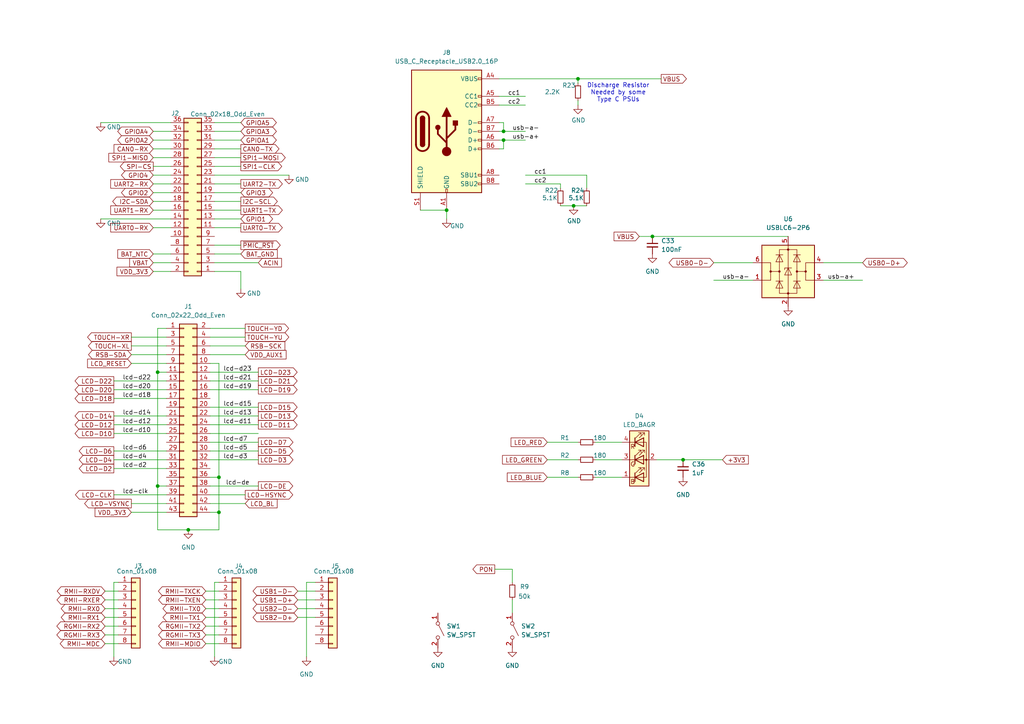
<source format=kicad_sch>
(kicad_sch (version 20250114) (generator "eeschema") (generator_version "9.0")
  (paper "A4")
  (lib_symbols
    (symbol "Connector:USB_C_Receptacle_USB2.0_16P" (pin_names (offset 1.016))
      (property "Reference" "J" (at 0 22.225 0))
      (property "Value" "USB_C_Receptacle_USB2.0_16P" (at 0 19.685 0))
      (symbol "USB_C_Receptacle_USB2.0_16P_0_0"
        (rectangle (start -0.254 -17.78) (end 0.254 -16.764))
        (rectangle (start 10.16 15.494) (end 9.144 14.986))
        (rectangle (start 10.16 10.414) (end 9.144 9.906))
        (rectangle (start 10.16 7.874) (end 9.144 7.366))
        (rectangle (start 10.16 2.794) (end 9.144 2.286))
        (rectangle (start 10.16 0.254) (end 9.144 -0.254))
        (rectangle (start 10.16 -2.286) (end 9.144 -2.794))
        (rectangle (start 10.16 -4.826) (end 9.144 -5.334))
        (rectangle (start 10.16 -12.446) (end 9.144 -12.954))
        (rectangle (start 10.16 -14.986) (end 9.144 -15.494))
      )
      (symbol "USB_C_Receptacle_USB2.0_16P_0_1"
        (rectangle (start -10.16 17.78) (end 10.16 -17.78) (stroke (width 0.254)) (fill (type background)))
        (polyline (pts (xy -8.89 -3.81) (xy -8.89 3.81)) (stroke (width 0.508)))
        (rectangle (start -7.62 -3.81) (end -6.35 3.81) (stroke (width 0.254)) (fill (type outline)))
        (arc (start -7.62 3.81) (mid -6.985 4.4423) (end -6.35 3.81) (stroke (width 0.254)))
        (arc (start -7.62 3.81) (mid -6.985 4.4423) (end -6.35 3.81) (stroke (width 0.254)) (fill (type outline)))
        (arc (start -8.89 3.81) (mid -6.985 5.7067) (end -5.08 3.81) (stroke (width 0.508)))
        (arc (start -5.08 -3.81) (mid -6.985 -5.7067) (end -8.89 -3.81) (stroke (width 0.508)))
        (arc (start -6.35 -3.81) (mid -6.985 -4.4423) (end -7.62 -3.81) (stroke (width 0.254)))
        (arc (start -6.35 -3.81) (mid -6.985 -4.4423) (end -7.62 -3.81) (stroke (width 0.254)) (fill (type outline)))
        (polyline (pts (xy -5.08 3.81) (xy -5.08 -3.81)) (stroke (width 0.508)))
        (circle (center -2.54 1.143) (radius 0.635) (stroke (width 0.254)) (fill (type outline)))
        (polyline (pts (xy -1.27 4.318) (xy 0 6.858) (xy 1.27 4.318) (xy -1.27 4.318)) (stroke (width 0.254)) (fill (type outline)))
        (polyline (pts (xy 0 -2.032) (xy 2.54 0.508) (xy 2.54 1.778)) (stroke (width 0.508)))
        (polyline (pts (xy 0 -3.302) (xy -2.54 -0.762) (xy -2.54 0.508)) (stroke (width 0.508)))
        (polyline (pts (xy 0 -5.842) (xy 0 4.318)) (stroke (width 0.508)))
        (circle (center 0 -5.842) (radius 1.27) (fill (type outline)))
        (rectangle (start 1.905 1.778) (end 3.175 3.048) (stroke (width 0.254)) (fill (type outline)))
      )
      (symbol "USB_C_Receptacle_USB2.0_16P_1_1"
        (pin passive line (at -7.62 -22.86 90) (length 5.08) (name "SHIELD") (number "S1"))
        (pin passive line (at 0 -22.86 90) (length 5.08) (name "GND") (number "A1"))
        (pin passive line (at 0 -22.86 90) (length 5.08) (hide yes) (name "GND") (number "A12"))
        (pin passive line (at 0 -22.86 90) (length 5.08) (hide yes) (name "GND") (number "B1"))
        (pin passive line (at 0 -22.86 90) (length 5.08) (hide yes) (name "GND") (number "B12"))
        (pin passive line (at 15.24 15.24 180) (length 5.08) (name "VBUS") (number "A4"))
        (pin passive line (at 15.24 15.24 180) (length 5.08) (hide yes) (name "VBUS") (number "A9"))
        (pin passive line (at 15.24 15.24 180) (length 5.08) (hide yes) (name "VBUS") (number "B4"))
        (pin passive line (at 15.24 15.24 180) (length 5.08) (hide yes) (name "VBUS") (number "B9"))
        (pin bidirectional line (at 15.24 10.16 180) (length 5.08) (name "CC1") (number "A5"))
        (pin bidirectional line (at 15.24 7.62 180) (length 5.08) (name "CC2") (number "B5"))
        (pin bidirectional line (at 15.24 2.54 180) (length 5.08) (name "D-") (number "A7"))
        (pin bidirectional line (at 15.24 0 180) (length 5.08) (name "D-") (number "B7"))
        (pin bidirectional line (at 15.24 -2.54 180) (length 5.08) (name "D+") (number "A6"))
        (pin bidirectional line (at 15.24 -5.08 180) (length 5.08) (name "D+") (number "B6"))
        (pin bidirectional line (at 15.24 -12.7 180) (length 5.08) (name "SBU1") (number "A8"))
        (pin bidirectional line (at 15.24 -15.24 180) (length 5.08) (name "SBU2") (number "B8"))
      )
    )
    (symbol "Connector_Generic:Conn_01x08" (pin_names (offset 1.016) (hide yes))
      (property "Reference" "J" (at 0 10.16 0))
      (property "Value" "Conn_01x08" (at 0 -12.7 0))
      (symbol "Conn_01x08_1_1"
        (rectangle (start -1.27 8.89) (end 1.27 -11.43) (stroke (width 0.254)) (fill (type background)))
        (rectangle (start -1.27 7.747) (end 0 7.493) (stroke (width 0.1524)))
        (rectangle (start -1.27 5.207) (end 0 4.953) (stroke (width 0.1524)))
        (rectangle (start -1.27 2.667) (end 0 2.413) (stroke (width 0.1524)))
        (rectangle (start -1.27 0.127) (end 0 -0.127) (stroke (width 0.1524)))
        (rectangle (start -1.27 -2.413) (end 0 -2.667) (stroke (width 0.1524)))
        (rectangle (start -1.27 -4.953) (end 0 -5.207) (stroke (width 0.1524)))
        (rectangle (start -1.27 -7.493) (end 0 -7.747) (stroke (width 0.1524)))
        (rectangle (start -1.27 -10.033) (end 0 -10.287) (stroke (width 0.1524)))
        (pin passive line (at -5.08 7.62 0) (length 3.81) (name "Pin_1") (number "1"))
        (pin passive line (at -5.08 5.08 0) (length 3.81) (name "Pin_2") (number "2"))
        (pin passive line (at -5.08 2.54 0) (length 3.81) (name "Pin_3") (number "3"))
        (pin passive line (at -5.08 0 0) (length 3.81) (name "Pin_4") (number "4"))
        (pin passive line (at -5.08 -2.54 0) (length 3.81) (name "Pin_5") (number "5"))
        (pin passive line (at -5.08 -5.08 0) (length 3.81) (name "Pin_6") (number "6"))
        (pin passive line (at -5.08 -7.62 0) (length 3.81) (name "Pin_7") (number "7"))
        (pin passive line (at -5.08 -10.16 0) (length 3.81) (name "Pin_8") (number "8"))
      )
    )
    (symbol "Connector_Generic:Conn_02x18_Odd_Even" (pin_names (offset 1.016) (hide yes))
      (property "Reference" "J" (at 1.27 22.86 0))
      (property "Value" "Conn_02x18_Odd_Even" (at 1.27 -25.4 0))
      (symbol "Conn_02x18_Odd_Even_1_1"
        (rectangle (start -1.27 21.59) (end 3.81 -24.13) (stroke (width 0.254)) (fill (type background)))
        (rectangle (start -1.27 20.447) (end 0 20.193) (stroke (width 0.1524)))
        (rectangle (start -1.27 17.907) (end 0 17.653) (stroke (width 0.1524)))
        (rectangle (start -1.27 15.367) (end 0 15.113) (stroke (width 0.1524)))
        (rectangle (start -1.27 12.827) (end 0 12.573) (stroke (width 0.1524)))
        (rectangle (start -1.27 10.287) (end 0 10.033) (stroke (width 0.1524)))
        (rectangle (start -1.27 7.747) (end 0 7.493) (stroke (width 0.1524)))
        (rectangle (start -1.27 5.207) (end 0 4.953) (stroke (width 0.1524)))
        (rectangle (start -1.27 2.667) (end 0 2.413) (stroke (width 0.1524)))
        (rectangle (start -1.27 0.127) (end 0 -0.127) (stroke (width 0.1524)))
        (rectangle (start -1.27 -2.413) (end 0 -2.667) (stroke (width 0.1524)))
        (rectangle (start -1.27 -4.953) (end 0 -5.207) (stroke (width 0.1524)))
        (rectangle (start -1.27 -7.493) (end 0 -7.747) (stroke (width 0.1524)))
        (rectangle (start -1.27 -10.033) (end 0 -10.287) (stroke (width 0.1524)))
        (rectangle (start -1.27 -12.573) (end 0 -12.827) (stroke (width 0.1524)))
        (rectangle (start -1.27 -15.113) (end 0 -15.367) (stroke (width 0.1524)))
        (rectangle (start -1.27 -17.653) (end 0 -17.907) (stroke (width 0.1524)))
        (rectangle (start -1.27 -20.193) (end 0 -20.447) (stroke (width 0.1524)))
        (rectangle (start -1.27 -22.733) (end 0 -22.987) (stroke (width 0.1524)))
        (rectangle (start 3.81 20.447) (end 2.54 20.193) (stroke (width 0.1524)))
        (rectangle (start 3.81 17.907) (end 2.54 17.653) (stroke (width 0.1524)))
        (rectangle (start 3.81 15.367) (end 2.54 15.113) (stroke (width 0.1524)))
        (rectangle (start 3.81 12.827) (end 2.54 12.573) (stroke (width 0.1524)))
        (rectangle (start 3.81 10.287) (end 2.54 10.033) (stroke (width 0.1524)))
        (rectangle (start 3.81 7.747) (end 2.54 7.493) (stroke (width 0.1524)))
        (rectangle (start 3.81 5.207) (end 2.54 4.953) (stroke (width 0.1524)))
        (rectangle (start 3.81 2.667) (end 2.54 2.413) (stroke (width 0.1524)))
        (rectangle (start 3.81 0.127) (end 2.54 -0.127) (stroke (width 0.1524)))
        (rectangle (start 3.81 -2.413) (end 2.54 -2.667) (stroke (width 0.1524)))
        (rectangle (start 3.81 -4.953) (end 2.54 -5.207) (stroke (width 0.1524)))
        (rectangle (start 3.81 -7.493) (end 2.54 -7.747) (stroke (width 0.1524)))
        (rectangle (start 3.81 -10.033) (end 2.54 -10.287) (stroke (width 0.1524)))
        (rectangle (start 3.81 -12.573) (end 2.54 -12.827) (stroke (width 0.1524)))
        (rectangle (start 3.81 -15.113) (end 2.54 -15.367) (stroke (width 0.1524)))
        (rectangle (start 3.81 -17.653) (end 2.54 -17.907) (stroke (width 0.1524)))
        (rectangle (start 3.81 -20.193) (end 2.54 -20.447) (stroke (width 0.1524)))
        (rectangle (start 3.81 -22.733) (end 2.54 -22.987) (stroke (width 0.1524)))
        (pin passive line (at -5.08 20.32 0) (length 3.81) (name "Pin_1") (number "1"))
        (pin passive line (at -5.08 17.78 0) (length 3.81) (name "Pin_3") (number "3"))
        (pin passive line (at -5.08 15.24 0) (length 3.81) (name "Pin_5") (number "5"))
        (pin passive line (at -5.08 12.7 0) (length 3.81) (name "Pin_7") (number "7"))
        (pin passive line (at -5.08 10.16 0) (length 3.81) (name "Pin_9") (number "9"))
        (pin passive line (at -5.08 7.62 0) (length 3.81) (name "Pin_11") (number "11"))
        (pin passive line (at -5.08 5.08 0) (length 3.81) (name "Pin_13") (number "13"))
        (pin passive line (at -5.08 2.54 0) (length 3.81) (name "Pin_15") (number "15"))
        (pin passive line (at -5.08 0 0) (length 3.81) (name "Pin_17") (number "17"))
        (pin passive line (at -5.08 -2.54 0) (length 3.81) (name "Pin_19") (number "19"))
        (pin passive line (at -5.08 -5.08 0) (length 3.81) (name "Pin_21") (number "21"))
        (pin passive line (at -5.08 -7.62 0) (length 3.81) (name "Pin_23") (number "23"))
        (pin passive line (at -5.08 -10.16 0) (length 3.81) (name "Pin_25") (number "25"))
        (pin passive line (at -5.08 -12.7 0) (length 3.81) (name "Pin_27") (number "27"))
        (pin passive line (at -5.08 -15.24 0) (length 3.81) (name "Pin_29") (number "29"))
        (pin passive line (at -5.08 -17.78 0) (length 3.81) (name "Pin_31") (number "31"))
        (pin passive line (at -5.08 -20.32 0) (length 3.81) (name "Pin_33") (number "33"))
        (pin passive line (at -5.08 -22.86 0) (length 3.81) (name "Pin_35") (number "35"))
        (pin passive line (at 7.62 20.32 180) (length 3.81) (name "Pin_2") (number "2"))
        (pin passive line (at 7.62 17.78 180) (length 3.81) (name "Pin_4") (number "4"))
        (pin passive line (at 7.62 15.24 180) (length 3.81) (name "Pin_6") (number "6"))
        (pin passive line (at 7.62 12.7 180) (length 3.81) (name "Pin_8") (number "8"))
        (pin passive line (at 7.62 10.16 180) (length 3.81) (name "Pin_10") (number "10"))
        (pin passive line (at 7.62 7.62 180) (length 3.81) (name "Pin_12") (number "12"))
        (pin passive line (at 7.62 5.08 180) (length 3.81) (name "Pin_14") (number "14"))
        (pin passive line (at 7.62 2.54 180) (length 3.81) (name "Pin_16") (number "16"))
        (pin passive line (at 7.62 0 180) (length 3.81) (name "Pin_18") (number "18"))
        (pin passive line (at 7.62 -2.54 180) (length 3.81) (name "Pin_20") (number "20"))
        (pin passive line (at 7.62 -5.08 180) (length 3.81) (name "Pin_22") (number "22"))
        (pin passive line (at 7.62 -7.62 180) (length 3.81) (name "Pin_24") (number "24"))
        (pin passive line (at 7.62 -10.16 180) (length 3.81) (name "Pin_26") (number "26"))
        (pin passive line (at 7.62 -12.7 180) (length 3.81) (name "Pin_28") (number "28"))
        (pin passive line (at 7.62 -15.24 180) (length 3.81) (name "Pin_30") (number "30"))
        (pin passive line (at 7.62 -17.78 180) (length 3.81) (name "Pin_32") (number "32"))
        (pin passive line (at 7.62 -20.32 180) (length 3.81) (name "Pin_34") (number "34"))
        (pin passive line (at 7.62 -22.86 180) (length 3.81) (name "Pin_36") (number "36"))
      )
    )
    (symbol "Connector_Generic:Conn_02x22_Odd_Even" (pin_names (offset 1.016) (hide yes))
      (property "Reference" "J" (at 1.27 27.94 0))
      (property "Value" "Conn_02x22_Odd_Even" (at 1.27 -30.48 0))
      (symbol "Conn_02x22_Odd_Even_1_1"
        (rectangle (start -1.27 26.67) (end 3.81 -29.21) (stroke (width 0.254)) (fill (type background)))
        (rectangle (start -1.27 25.527) (end 0 25.273) (stroke (width 0.1524)))
        (rectangle (start -1.27 22.987) (end 0 22.733) (stroke (width 0.1524)))
        (rectangle (start -1.27 20.447) (end 0 20.193) (stroke (width 0.1524)))
        (rectangle (start -1.27 17.907) (end 0 17.653) (stroke (width 0.1524)))
        (rectangle (start -1.27 15.367) (end 0 15.113) (stroke (width 0.1524)))
        (rectangle (start -1.27 12.827) (end 0 12.573) (stroke (width 0.1524)))
        (rectangle (start -1.27 10.287) (end 0 10.033) (stroke (width 0.1524)))
        (rectangle (start -1.27 7.747) (end 0 7.493) (stroke (width 0.1524)))
        (rectangle (start -1.27 5.207) (end 0 4.953) (stroke (width 0.1524)))
        (rectangle (start -1.27 2.667) (end 0 2.413) (stroke (width 0.1524)))
        (rectangle (start -1.27 0.127) (end 0 -0.127) (stroke (width 0.1524)))
        (rectangle (start -1.27 -2.413) (end 0 -2.667) (stroke (width 0.1524)))
        (rectangle (start -1.27 -4.953) (end 0 -5.207) (stroke (width 0.1524)))
        (rectangle (start -1.27 -7.493) (end 0 -7.747) (stroke (width 0.1524)))
        (rectangle (start -1.27 -10.033) (end 0 -10.287) (stroke (width 0.1524)))
        (rectangle (start -1.27 -12.573) (end 0 -12.827) (stroke (width 0.1524)))
        (rectangle (start -1.27 -15.113) (end 0 -15.367) (stroke (width 0.1524)))
        (rectangle (start -1.27 -17.653) (end 0 -17.907) (stroke (width 0.1524)))
        (rectangle (start -1.27 -20.193) (end 0 -20.447) (stroke (width 0.1524)))
        (rectangle (start -1.27 -22.733) (end 0 -22.987) (stroke (width 0.1524)))
        (rectangle (start -1.27 -25.273) (end 0 -25.527) (stroke (width 0.1524)))
        (rectangle (start -1.27 -27.813) (end 0 -28.067) (stroke (width 0.1524)))
        (rectangle (start 3.81 25.527) (end 2.54 25.273) (stroke (width 0.1524)))
        (rectangle (start 3.81 22.987) (end 2.54 22.733) (stroke (width 0.1524)))
        (rectangle (start 3.81 20.447) (end 2.54 20.193) (stroke (width 0.1524)))
        (rectangle (start 3.81 17.907) (end 2.54 17.653) (stroke (width 0.1524)))
        (rectangle (start 3.81 15.367) (end 2.54 15.113) (stroke (width 0.1524)))
        (rectangle (start 3.81 12.827) (end 2.54 12.573) (stroke (width 0.1524)))
        (rectangle (start 3.81 10.287) (end 2.54 10.033) (stroke (width 0.1524)))
        (rectangle (start 3.81 7.747) (end 2.54 7.493) (stroke (width 0.1524)))
        (rectangle (start 3.81 5.207) (end 2.54 4.953) (stroke (width 0.1524)))
        (rectangle (start 3.81 2.667) (end 2.54 2.413) (stroke (width 0.1524)))
        (rectangle (start 3.81 0.127) (end 2.54 -0.127) (stroke (width 0.1524)))
        (rectangle (start 3.81 -2.413) (end 2.54 -2.667) (stroke (width 0.1524)))
        (rectangle (start 3.81 -4.953) (end 2.54 -5.207) (stroke (width 0.1524)))
        (rectangle (start 3.81 -7.493) (end 2.54 -7.747) (stroke (width 0.1524)))
        (rectangle (start 3.81 -10.033) (end 2.54 -10.287) (stroke (width 0.1524)))
        (rectangle (start 3.81 -12.573) (end 2.54 -12.827) (stroke (width 0.1524)))
        (rectangle (start 3.81 -15.113) (end 2.54 -15.367) (stroke (width 0.1524)))
        (rectangle (start 3.81 -17.653) (end 2.54 -17.907) (stroke (width 0.1524)))
        (rectangle (start 3.81 -20.193) (end 2.54 -20.447) (stroke (width 0.1524)))
        (rectangle (start 3.81 -22.733) (end 2.54 -22.987) (stroke (width 0.1524)))
        (rectangle (start 3.81 -25.273) (end 2.54 -25.527) (stroke (width 0.1524)))
        (rectangle (start 3.81 -27.813) (end 2.54 -28.067) (stroke (width 0.1524)))
        (pin passive line (at -5.08 25.4 0) (length 3.81) (name "Pin_1") (number "1"))
        (pin passive line (at -5.08 22.86 0) (length 3.81) (name "Pin_3") (number "3"))
        (pin passive line (at -5.08 20.32 0) (length 3.81) (name "Pin_5") (number "5"))
        (pin passive line (at -5.08 17.78 0) (length 3.81) (name "Pin_7") (number "7"))
        (pin passive line (at -5.08 15.24 0) (length 3.81) (name "Pin_9") (number "9"))
        (pin passive line (at -5.08 12.7 0) (length 3.81) (name "Pin_11") (number "11"))
        (pin passive line (at -5.08 10.16 0) (length 3.81) (name "Pin_13") (number "13"))
        (pin passive line (at -5.08 7.62 0) (length 3.81) (name "Pin_15") (number "15"))
        (pin passive line (at -5.08 5.08 0) (length 3.81) (name "Pin_17") (number "17"))
        (pin passive line (at -5.08 2.54 0) (length 3.81) (name "Pin_19") (number "19"))
        (pin passive line (at -5.08 0 0) (length 3.81) (name "Pin_21") (number "21"))
        (pin passive line (at -5.08 -2.54 0) (length 3.81) (name "Pin_23") (number "23"))
        (pin passive line (at -5.08 -5.08 0) (length 3.81) (name "Pin_25") (number "25"))
        (pin passive line (at -5.08 -7.62 0) (length 3.81) (name "Pin_27") (number "27"))
        (pin passive line (at -5.08 -10.16 0) (length 3.81) (name "Pin_29") (number "29"))
        (pin passive line (at -5.08 -12.7 0) (length 3.81) (name "Pin_31") (number "31"))
        (pin passive line (at -5.08 -15.24 0) (length 3.81) (name "Pin_33") (number "33"))
        (pin passive line (at -5.08 -17.78 0) (length 3.81) (name "Pin_35") (number "35"))
        (pin passive line (at -5.08 -20.32 0) (length 3.81) (name "Pin_37") (number "37"))
        (pin passive line (at -5.08 -22.86 0) (length 3.81) (name "Pin_39") (number "39"))
        (pin passive line (at -5.08 -25.4 0) (length 3.81) (name "Pin_41") (number "41"))
        (pin passive line (at -5.08 -27.94 0) (length 3.81) (name "Pin_43") (number "43"))
        (pin passive line (at 7.62 25.4 180) (length 3.81) (name "Pin_2") (number "2"))
        (pin passive line (at 7.62 22.86 180) (length 3.81) (name "Pin_4") (number "4"))
        (pin passive line (at 7.62 20.32 180) (length 3.81) (name "Pin_6") (number "6"))
        (pin passive line (at 7.62 17.78 180) (length 3.81) (name "Pin_8") (number "8"))
        (pin passive line (at 7.62 15.24 180) (length 3.81) (name "Pin_10") (number "10"))
        (pin passive line (at 7.62 12.7 180) (length 3.81) (name "Pin_12") (number "12"))
        (pin passive line (at 7.62 10.16 180) (length 3.81) (name "Pin_14") (number "14"))
        (pin passive line (at 7.62 7.62 180) (length 3.81) (name "Pin_16") (number "16"))
        (pin passive line (at 7.62 5.08 180) (length 3.81) (name "Pin_18") (number "18"))
        (pin passive line (at 7.62 2.54 180) (length 3.81) (name "Pin_20") (number "20"))
        (pin passive line (at 7.62 0 180) (length 3.81) (name "Pin_22") (number "22"))
        (pin passive line (at 7.62 -2.54 180) (length 3.81) (name "Pin_24") (number "24"))
        (pin passive line (at 7.62 -5.08 180) (length 3.81) (name "Pin_26") (number "26"))
        (pin passive line (at 7.62 -7.62 180) (length 3.81) (name "Pin_28") (number "28"))
        (pin passive line (at 7.62 -10.16 180) (length 3.81) (name "Pin_30") (number "30"))
        (pin passive line (at 7.62 -12.7 180) (length 3.81) (name "Pin_32") (number "32"))
        (pin passive line (at 7.62 -15.24 180) (length 3.81) (name "Pin_34") (number "34"))
        (pin passive line (at 7.62 -17.78 180) (length 3.81) (name "Pin_36") (number "36"))
        (pin passive line (at 7.62 -20.32 180) (length 3.81) (name "Pin_38") (number "38"))
        (pin passive line (at 7.62 -22.86 180) (length 3.81) (name "Pin_40") (number "40"))
        (pin passive line (at 7.62 -25.4 180) (length 3.81) (name "Pin_42") (number "42"))
        (pin passive line (at 7.62 -27.94 180) (length 3.81) (name "Pin_44") (number "44"))
      )
    )
    (symbol "Device:C_Small" (pin_numbers (hide yes)) (pin_names (offset 0.254) (hide yes))
      (property "Reference" "C" (at 0.254 1.778 0))
      (property "Value" "C_Small" (at 0.254 -2.032 0))
      (symbol "C_Small_0_1"
        (polyline (pts (xy -1.524 0.508) (xy 1.524 0.508)) (stroke (width 0.3048)))
        (polyline (pts (xy -1.524 -0.508) (xy 1.524 -0.508)) (stroke (width 0.3302)))
      )
      (symbol "C_Small_1_1"
        (pin passive line (at 0 2.54 270) (length 2.032) (name "~") (number "1"))
        (pin passive line (at 0 -2.54 90) (length 2.032) (name "~") (number "2"))
      )
    )
    (symbol "Device:LED_BAGR" (pin_names (offset 0) (hide yes))
      (property "Reference" "D" (at 0 9.398 0))
      (property "Value" "LED_BAGR" (at 0 -8.89 0))
      (symbol "LED_BAGR_0_0"
        (text "R" (at -1.905 3.81 0) (effects (font (size 1.27 1.27))))
        (text "G" (at -1.905 -1.27 0) (effects (font (size 1.27 1.27))))
        (text "B" (at -1.905 -6.35 0) (effects (font (size 1.27 1.27))))
      )
      (symbol "LED_BAGR_0_1"
        (polyline (pts (xy -1.27 6.35) (xy -1.27 3.81)) (stroke (width 0.254)))
        (polyline (pts (xy -1.27 6.35) (xy -1.27 3.81) (xy -1.27 3.81)))
        (polyline (pts (xy -1.27 5.08) (xy -2.54 5.08)))
        (polyline (pts (xy -1.27 5.08) (xy 1.27 5.08)))
        (polyline (pts (xy -1.27 1.27) (xy -1.27 -1.27)) (stroke (width 0.254)))
        (polyline (pts (xy -1.27 1.27) (xy -1.27 -1.27) (xy -1.27 -1.27)))
        (polyline (pts (xy -1.27 0) (xy -2.54 0)))
        (polyline (pts (xy -1.27 -3.81) (xy -1.27 -6.35)) (stroke (width 0.254)))
        (polyline (pts (xy -1.27 -5.08) (xy -2.54 -5.08)))
        (polyline (pts (xy -1.27 -5.08) (xy 1.27 -5.08)))
        (polyline (pts (xy -1.016 6.35) (xy 0.508 7.874) (xy -0.254 7.874) (xy 0.508 7.874) (xy 0.508 7.112)))
        (polyline (pts (xy -1.016 1.27) (xy 0.508 2.794) (xy -0.254 2.794) (xy 0.508 2.794) (xy 0.508 2.032)))
        (polyline (pts (xy -1.016 -3.81) (xy 0.508 -2.286) (xy -0.254 -2.286) (xy 0.508 -2.286) (xy 0.508 -3.048)))
        (polyline (pts (xy 0 6.35) (xy 1.524 7.874) (xy 0.762 7.874) (xy 1.524 7.874) (xy 1.524 7.112)))
        (polyline (pts (xy 0 1.27) (xy 1.524 2.794) (xy 0.762 2.794) (xy 1.524 2.794) (xy 1.524 2.032)))
        (polyline (pts (xy 0 -3.81) (xy 1.524 -2.286) (xy 0.762 -2.286) (xy 1.524 -2.286) (xy 1.524 -3.048)))
        (polyline (pts (xy 1.27 6.35) (xy 1.27 3.81) (xy -1.27 5.08) (xy 1.27 6.35)) (stroke (width 0.254)))
        (rectangle (start 1.27 6.35) (end 1.27 6.35))
        (rectangle (start 1.27 3.81) (end 1.27 6.35))
        (polyline (pts (xy 1.27 1.27) (xy 1.27 -1.27) (xy -1.27 0) (xy 1.27 1.27)) (stroke (width 0.254)))
        (rectangle (start 1.27 1.27) (end 1.27 1.27))
        (polyline (pts (xy 1.27 0) (xy -1.27 0)))
        (polyline (pts (xy 1.27 0) (xy 2.54 0)))
        (rectangle (start 1.27 -1.27) (end 1.27 1.27))
        (polyline (pts (xy 1.27 -3.81) (xy 1.27 -6.35) (xy -1.27 -5.08) (xy 1.27 -3.81)) (stroke (width 0.254)))
        (polyline (pts (xy 1.27 -5.08) (xy 2.032 -5.08) (xy 2.032 5.08) (xy 1.27 5.08)))
        (circle (center 2.032 0) (radius 0.254) (fill (type outline)))
        (rectangle (start 2.794 8.382) (end -2.794 -7.62) (stroke (width 0.254)) (fill (type background)))
      )
      (symbol "LED_BAGR_1_1"
        (pin passive line (at -5.08 5.08 0) (length 2.54) (name "RK") (number "4"))
        (pin passive line (at -5.08 0 0) (length 2.54) (name "GK") (number "3"))
        (pin passive line (at -5.08 -5.08 0) (length 2.54) (name "BK") (number "1"))
        (pin passive line (at 5.08 0 180) (length 2.54) (name "A") (number "2"))
      )
    )
    (symbol "Device:R_Small" (pin_numbers (hide yes)) (pin_names (offset 0.254) (hide yes))
      (property "Reference" "R" (at 0.762 0.508 0))
      (property "Value" "R_Small" (at 0.762 -1.016 0))
      (symbol "R_Small_0_1"
        (rectangle (start -0.762 1.778) (end 0.762 -1.778) (stroke (width 0.2032)))
      )
      (symbol "R_Small_1_1"
        (pin passive line (at 0 2.54 270) (length 0.762) (name "~") (number "1"))
        (pin passive line (at 0 -2.54 90) (length 0.762) (name "~") (number "2"))
      )
    )
    (symbol "Power_Protection:USBLC6-2P6" (pin_names (hide yes))
      (property "Reference" "U" (at 2.54 8.89 0))
      (property "Value" "USBLC6-2P6" (at 2.54 -8.89 0))
      (symbol "USBLC6-2P6_0_1"
        (rectangle (start -7.62 -7.62) (end 7.62 7.62) (stroke (width 0.254)) (fill (type background)))
        (polyline (pts (xy -5.08 2.54) (xy -7.62 2.54)))
        (circle (center -5.08 0) (radius 0.254) (fill (type outline)))
        (polyline (pts (xy -5.08 0) (xy -5.08 -2.54)))
        (polyline (pts (xy -5.08 -2.54) (xy -7.62 -2.54)))
        (polyline (pts (xy -3.556 2.794) (xy -1.524 2.794) (xy -2.54 4.826) (xy -3.556 2.794)))
        (polyline (pts (xy -3.556 -4.826) (xy -1.524 -4.826) (xy -2.54 -2.794) (xy -3.556 -4.826)))
        (rectangle (start -2.54 6.35) (end 2.54 -6.35))
        (circle (center -2.54 0) (radius 0.254) (fill (type outline)))
        (polyline (pts (xy -2.54 0) (xy -5.08 0) (xy -5.08 2.54)))
        (polyline (pts (xy -1.524 4.826) (xy -3.556 4.826)))
        (polyline (pts (xy -1.524 -2.794) (xy -3.556 -2.794)))
        (polyline (pts (xy -1.016 -1.016) (xy 1.016 -1.016) (xy 0 1.016) (xy -1.016 -1.016)))
        (circle (center 0 6.35) (radius 0.254) (fill (type outline)))
        (polyline (pts (xy 0 6.35) (xy 0 7.62)))
        (polyline (pts (xy 0 1.27) (xy 0 6.35)))
        (polyline (pts (xy 0 -6.35) (xy 0 1.27)))
        (circle (center 0 -6.35) (radius 0.254) (fill (type outline)))
        (polyline (pts (xy 0 -7.62) (xy 0 -6.35)))
        (polyline (pts (xy 1.016 1.016) (xy 0.762 1.016) (xy -1.016 1.016) (xy -1.016 0.508)))
        (polyline (pts (xy 1.524 4.826) (xy 3.556 4.826)))
        (polyline (pts (xy 1.524 -2.794) (xy 3.556 -2.794)))
        (polyline (pts (xy 2.54 0) (xy 5.08 0) (xy 5.08 2.54)))
        (circle (center 2.54 0) (radius 0.254) (fill (type outline)))
        (polyline (pts (xy 3.556 2.794) (xy 1.524 2.794) (xy 2.54 4.826) (xy 3.556 2.794)))
        (polyline (pts (xy 3.556 -4.826) (xy 1.524 -4.826) (xy 2.54 -2.794) (xy 3.556 -4.826)))
        (polyline (pts (xy 5.08 2.54) (xy 7.62 2.54)))
        (polyline (pts (xy 5.08 0) (xy 5.08 -2.54)))
        (circle (center 5.08 0) (radius 0.254) (fill (type outline)))
        (polyline (pts (xy 5.08 -2.54) (xy 7.62 -2.54)))
      )
      (symbol "USBLC6-2P6_1_1"
        (pin passive line (at -10.16 2.54 0) (length 2.54) (name "I/O1") (number "6"))
        (pin passive line (at -10.16 -2.54 0) (length 2.54) (name "I/O1") (number "1"))
        (pin passive line (at 0 10.16 270) (length 2.54) (name "VBUS") (number "5"))
        (pin passive line (at 0 -10.16 90) (length 2.54) (name "GND") (number "2"))
        (pin passive line (at 10.16 2.54 180) (length 2.54) (name "I/O2") (number "4"))
        (pin passive line (at 10.16 -2.54 180) (length 2.54) (name "I/O2") (number "3"))
      )
    )
    (symbol "Switch:SW_SPST" (pin_names (offset 0) (hide yes))
      (property "Reference" "SW" (at 0 3.175 0))
      (property "Value" "SW_SPST" (at 0 -2.54 0))
      (symbol "SW_SPST_0_0"
        (circle (center -2.032 0) (radius 0.508))
        (polyline (pts (xy -1.524 0.254) (xy 1.524 1.778)))
        (circle (center 2.032 0) (radius 0.508))
      )
      (symbol "SW_SPST_1_1"
        (pin passive line (at -5.08 0 0) (length 2.54) (name "A") (number "1"))
        (pin passive line (at 5.08 0 180) (length 2.54) (name "B") (number "2"))
      )
    )
    (symbol "power:GND" (power) (pin_names (offset 0))
      (property "Value" "GND" (at 0 -3.81 0))
      (symbol "GND_0_1"
        (polyline (pts (xy 0 0) (xy 0 -1.27) (xy 1.27 -1.27) (xy 0 -2.54) (xy -1.27 -1.27) (xy 0 -1.27)))
      )
      (symbol "GND_1_1"
        (pin power_in line (at 0 0 270) (length 0) (hide yes) (name "GND") (number "1"))
      )
    )
  )
  (text "Discharge Resistor\nNeeded by some\nType C PSUs" (at 179.324 26.924 0) (effects (font (size 1.27 1.27))))
  (junction (at 129.54 60.96))
  (junction (at 146.05 40.64))
  (junction (at 63.5 138.43))
  (junction (at 167.64 22.86))
  (junction (at 146.05 38.1))
  (junction (at 45.72 107.95))
  (junction (at 63.5 148.59))
  (junction (at 198.12 133.35))
  (junction (at 45.72 140.97))
  (junction (at 54.61 153.67))
  (junction (at 166.37 59.69))
  (junction (at 189.23 68.58))
  (wire (pts (xy 166.37 59.69) (xy 170.18 59.69)))
  (wire (pts (xy 62.23 58.42) (xy 69.85 58.42)))
  (wire (pts (xy 62.23 66.04) (xy 69.85 66.04)))
  (wire (pts (xy 44.45 43.18) (xy 49.53 43.18)))
  (wire (pts (xy 30.48 171.45) (xy 34.29 171.45)))
  (wire (pts (xy 158.75 138.43) (xy 167.64 138.43)))
  (wire (pts (xy 44.45 48.26) (xy 49.53 48.26)))
  (wire (pts (xy 162.56 54.61) (xy 162.56 53.34)))
  (wire (pts (xy 62.23 48.26) (xy 69.85 48.26)))
  (wire (pts (xy 60.96 146.05) (xy 71.12 146.05)))
  (wire (pts (xy 60.96 113.03) (xy 74.93 113.03)))
  (wire (pts (xy 60.96 128.27) (xy 74.93 128.27)))
  (wire (pts (xy 172.72 133.35) (xy 180.34 133.35)))
  (wire (pts (xy 30.48 181.61) (xy 34.29 181.61)))
  (wire (pts (xy 91.44 179.07) (xy 86.36 179.07)))
  (wire (pts (xy 33.02 115.57) (xy 48.26 115.57)))
  (wire (pts (xy 62.23 53.34) (xy 69.85 53.34)))
  (wire (pts (xy 29.21 63.5) (xy 49.53 63.5)))
  (wire (pts (xy 62.23 78.74) (xy 69.85 78.74)))
  (wire (pts (xy 60.96 125.73) (xy 74.93 125.73)))
  (wire (pts (xy 29.21 35.56) (xy 49.53 35.56)))
  (wire (pts (xy 62.23 63.5) (xy 69.85 63.5)))
  (wire (pts (xy 44.45 55.88) (xy 49.53 55.88)))
  (wire (pts (xy 63.5 105.41) (xy 63.5 138.43)))
  (wire (pts (xy 60.96 133.35) (xy 74.93 133.35)))
  (wire (pts (xy 38.1 146.05) (xy 48.26 146.05)))
  (wire (pts (xy 44.45 53.34) (xy 49.53 53.34)))
  (wire (pts (xy 59.69 176.53) (xy 63.5 176.53)))
  (wire (pts (xy 91.44 171.45) (xy 86.36 171.45)))
  (wire (pts (xy 44.45 50.8) (xy 49.53 50.8)))
  (wire (pts (xy 60.96 138.43) (xy 63.5 138.43)))
  (wire (pts (xy 30.48 186.69) (xy 34.29 186.69)))
  (wire (pts (xy 144.78 27.94) (xy 152.4 27.94)))
  (wire (pts (xy 60.96 120.65) (xy 74.93 120.65)))
  (wire (pts (xy 44.45 66.04) (xy 49.53 66.04)))
  (wire (pts (xy 167.64 29.21) (xy 167.64 30.48)))
  (wire (pts (xy 38.1 102.87) (xy 48.26 102.87)))
  (wire (pts (xy 144.78 38.1) (xy 146.05 38.1)))
  (wire (pts (xy 62.23 35.56) (xy 69.85 35.56)))
  (wire (pts (xy 48.26 95.25) (xy 45.72 95.25)))
  (wire (pts (xy 33.02 168.91) (xy 33.02 190.5)))
  (wire (pts (xy 148.59 173.99) (xy 148.59 177.8)))
  (wire (pts (xy 60.96 107.95) (xy 74.93 107.95)))
  (wire (pts (xy 146.05 40.64) (xy 152.4 40.64)))
  (wire (pts (xy 167.64 22.86) (xy 191.77 22.86)))
  (wire (pts (xy 207.01 81.28) (xy 218.44 81.28)))
  (wire (pts (xy 238.76 76.2) (xy 250.19 76.2)))
  (wire (pts (xy 170.18 50.8) (xy 170.18 54.61)))
  (wire (pts (xy 62.23 71.12) (xy 69.85 71.12)))
  (wire (pts (xy 59.69 173.99) (xy 63.5 173.99)))
  (wire (pts (xy 144.78 30.48) (xy 152.4 30.48)))
  (wire (pts (xy 30.48 173.99) (xy 34.29 173.99)))
  (wire (pts (xy 62.23 43.18) (xy 69.85 43.18)))
  (wire (pts (xy 59.69 181.61) (xy 63.5 181.61)))
  (wire (pts (xy 60.96 148.59) (xy 63.5 148.59)))
  (wire (pts (xy 45.72 140.97) (xy 48.26 140.97)))
  (wire (pts (xy 88.9 168.91) (xy 88.9 190.5)))
  (wire (pts (xy 148.59 165.1) (xy 148.59 168.91)))
  (wire (pts (xy 207.01 76.2) (xy 218.44 76.2)))
  (wire (pts (xy 44.45 38.1) (xy 49.53 38.1)))
  (wire (pts (xy 62.23 50.8) (xy 83.82 50.8)))
  (wire (pts (xy 62.23 76.2) (xy 74.93 76.2)))
  (wire (pts (xy 60.96 100.33) (xy 71.12 100.33)))
  (wire (pts (xy 144.78 43.18) (xy 146.05 43.18)))
  (wire (pts (xy 62.23 45.72) (xy 69.85 45.72)))
  (wire (pts (xy 144.78 35.56) (xy 146.05 35.56)))
  (wire (pts (xy 172.72 138.43) (xy 180.34 138.43)))
  (wire (pts (xy 45.72 153.67) (xy 54.61 153.67)))
  (wire (pts (xy 30.48 176.53) (xy 34.29 176.53)))
  (wire (pts (xy 69.85 78.74) (xy 69.85 83.82)))
  (wire (pts (xy 172.72 128.27) (xy 180.34 128.27)))
  (wire (pts (xy 152.4 50.8) (xy 170.18 50.8)))
  (wire (pts (xy 129.54 60.96) (xy 129.54 63.5)))
  (wire (pts (xy 62.23 40.64) (xy 69.85 40.64)))
  (wire (pts (xy 143.51 165.1) (xy 148.59 165.1)))
  (wire (pts (xy 33.02 133.35) (xy 48.26 133.35)))
  (wire (pts (xy 60.96 95.25) (xy 71.12 95.25)))
  (wire (pts (xy 60.96 102.87) (xy 71.12 102.87)))
  (wire (pts (xy 146.05 43.18) (xy 146.05 40.64)))
  (wire (pts (xy 60.96 118.11) (xy 74.93 118.11)))
  (wire (pts (xy 38.1 148.59) (xy 48.26 148.59)))
  (wire (pts (xy 33.02 120.65) (xy 48.26 120.65)))
  (wire (pts (xy 33.02 113.03) (xy 48.26 113.03)))
  (wire (pts (xy 33.02 130.81) (xy 48.26 130.81)))
  (wire (pts (xy 189.23 68.58) (xy 228.6 68.58)))
  (wire (pts (xy 38.1 97.79) (xy 48.26 97.79)))
  (wire (pts (xy 44.45 40.64) (xy 49.53 40.64)))
  (wire (pts (xy 45.72 140.97) (xy 45.72 153.67)))
  (wire (pts (xy 60.96 110.49) (xy 74.93 110.49)))
  (wire (pts (xy 44.45 60.96) (xy 49.53 60.96)))
  (wire (pts (xy 44.45 78.74) (xy 49.53 78.74)))
  (wire (pts (xy 146.05 38.1) (xy 152.4 38.1)))
  (wire (pts (xy 44.45 45.72) (xy 49.53 45.72)))
  (wire (pts (xy 198.12 133.35) (xy 209.55 133.35)))
  (wire (pts (xy 60.96 140.97) (xy 74.93 140.97)))
  (wire (pts (xy 45.72 95.25) (xy 45.72 107.95)))
  (wire (pts (xy 59.69 171.45) (xy 63.5 171.45)))
  (wire (pts (xy 158.75 128.27) (xy 167.64 128.27)))
  (wire (pts (xy 62.23 60.96) (xy 69.85 60.96)))
  (wire (pts (xy 62.23 168.91) (xy 62.23 190.5)))
  (wire (pts (xy 30.48 179.07) (xy 34.29 179.07)))
  (wire (pts (xy 91.44 168.91) (xy 88.9 168.91)))
  (wire (pts (xy 63.5 148.59) (xy 63.5 153.67)))
  (wire (pts (xy 60.96 97.79) (xy 71.12 97.79)))
  (wire (pts (xy 44.45 58.42) (xy 49.53 58.42)))
  (wire (pts (xy 33.02 135.89) (xy 48.26 135.89)))
  (wire (pts (xy 162.56 59.69) (xy 166.37 59.69)))
  (wire (pts (xy 38.1 100.33) (xy 48.26 100.33)))
  (wire (pts (xy 238.76 81.28) (xy 250.19 81.28)))
  (wire (pts (xy 45.72 107.95) (xy 48.26 107.95)))
  (wire (pts (xy 62.23 38.1) (xy 69.85 38.1)))
  (wire (pts (xy 190.5 133.35) (xy 198.12 133.35)))
  (wire (pts (xy 60.96 130.81) (xy 74.93 130.81)))
  (wire (pts (xy 63.5 138.43) (xy 63.5 148.59)))
  (wire (pts (xy 60.96 105.41) (xy 63.5 105.41)))
  (wire (pts (xy 59.69 186.69) (xy 63.5 186.69)))
  (wire (pts (xy 152.4 53.34) (xy 162.56 53.34)))
  (wire (pts (xy 59.69 184.15) (xy 63.5 184.15)))
  (wire (pts (xy 60.96 143.51) (xy 71.12 143.51)))
  (wire (pts (xy 63.5 153.67) (xy 54.61 153.67)))
  (wire (pts (xy 62.23 73.66) (xy 69.85 73.66)))
  (wire (pts (xy 144.78 22.86) (xy 167.64 22.86)))
  (wire (pts (xy 185.42 68.58) (xy 189.23 68.58)))
  (wire (pts (xy 91.44 176.53) (xy 86.36 176.53)))
  (wire (pts (xy 63.5 168.91) (xy 62.23 168.91)))
  (wire (pts (xy 33.02 143.51) (xy 48.26 143.51)))
  (wire (pts (xy 44.45 73.66) (xy 49.53 73.66)))
  (wire (pts (xy 158.75 133.35) (xy 167.64 133.35)))
  (wire (pts (xy 38.1 105.41) (xy 48.26 105.41)))
  (wire (pts (xy 45.72 107.95) (xy 45.72 140.97)))
  (wire (pts (xy 33.02 110.49) (xy 48.26 110.49)))
  (wire (pts (xy 33.02 125.73) (xy 48.26 125.73)))
  (wire (pts (xy 62.23 55.88) (xy 69.85 55.88)))
  (wire (pts (xy 91.44 173.99) (xy 86.36 173.99)))
  (wire (pts (xy 121.92 60.96) (xy 129.54 60.96)))
  (wire (pts (xy 44.45 76.2) (xy 49.53 76.2)))
  (wire (pts (xy 30.48 184.15) (xy 34.29 184.15)))
  (wire (pts (xy 33.02 123.19) (xy 48.26 123.19)))
  (wire (pts (xy 167.64 22.86) (xy 167.64 24.13)))
  (wire (pts (xy 146.05 35.56) (xy 146.05 38.1)))
  (wire (pts (xy 34.29 168.91) (xy 33.02 168.91)))
  (wire (pts (xy 60.96 123.19) (xy 74.93 123.19)))
  (wire (pts (xy 144.78 40.64) (xy 146.05 40.64)))
  (wire (pts (xy 59.69 179.07) (xy 63.5 179.07)))
  (label "lcd-de" (at 72.39 140.97 180))
  (label "lcd-d7" (at 64.77 128.27 0))
  (label "lcd-d22" (at 35.56 110.49 0))
  (label "usb-a-" (at 148.59 38.1 0))
  (label "cc1" (at 154.94 50.8 0))
  (label "lcd-d3" (at 64.77 133.35 0))
  (label "lcd-d19" (at 64.77 113.03 0))
  (label "lcd-d21" (at 64.77 110.49 0))
  (label "usb-a-" (at 209.55 81.28 0))
  (label "lcd-clk" (at 35.56 143.51 0))
  (label "lcd-d12" (at 35.56 123.19 0))
  (label "lcd-d18" (at 35.56 115.57 0))
  (label "cc2" (at 147.32 30.48 0))
  (label "lcd-d2" (at 35.56 135.89 0))
  (label "lcd-d5" (at 64.77 130.81 0))
  (label "lcd-d14" (at 35.56 120.65 0))
  (label "lcd-d15" (at 64.77 118.11 0))
  (label "lcd-d20" (at 35.56 113.03 0))
  (label "usb-a+" (at 148.59 40.64 0))
  (label "cc1" (at 147.32 27.94 0))
  (label "lcd-d4" (at 35.56 133.35 0))
  (label "lcd-d13" (at 64.77 120.65 0))
  (label "lcd-d11" (at 64.77 123.19 0))
  (label "lcd-d6" (at 35.56 130.81 0))
  (label "lcd-d23" (at 64.77 107.95 0))
  (label "cc2" (at 154.94 53.34 0))
  (label "usb-a+" (at 240.03 81.28 0))
  (label "lcd-d10" (at 35.56 125.73 0))
  (global_label "VBAT" (shape input) (at 44.45 76.2 180) (property "Intersheetrefs" "${INTERSHEET_REFS}" (effects (hide yes))))
  (global_label "LCD-D19" (shape output) (at 74.93 113.03 0) (property "Intersheetrefs" "${INTERSHEET_REFS}" (effects (hide yes))))
  (global_label "LCD-D15" (shape output) (at 74.93 118.11 0) (property "Intersheetrefs" "${INTERSHEET_REFS}" (effects (hide yes))))
  (global_label "TOUCH-XR" (shape output) (at 38.1 97.79 180) (property "Intersheetrefs" "${INTERSHEET_REFS}" (effects (hide yes))))
  (global_label "USB0-D+" (shape bidirectional) (at 250.19 76.2 0) (property "Intersheetrefs" "${INTERSHEET_REFS}" (effects (hide yes))))
  (global_label "RMII-RXER" (shape bidirectional) (at 30.48 173.99 180) (property "Intersheetrefs" "${INTERSHEET_REFS}" (effects (hide yes))))
  (global_label "GPIO1" (shape bidirectional) (at 69.85 63.5 0) (property "Intersheetrefs" "${INTERSHEET_REFS}" (effects (hide yes))))
  (global_label "CAN0-RX" (shape input) (at 44.45 43.18 180) (property "Intersheetrefs" "${INTERSHEET_REFS}" (effects (hide yes))))
  (global_label "SPI1-MOSI" (shape output) (at 69.85 45.72 0) (property "Intersheetrefs" "${INTERSHEET_REFS}" (effects (hide yes))))
  (global_label "BAT_NTC" (shape input) (at 44.45 73.66 180) (property "Intersheetrefs" "${INTERSHEET_REFS}" (effects (hide yes))))
  (global_label "LCD-D5" (shape output) (at 74.93 130.81 0) (property "Intersheetrefs" "${INTERSHEET_REFS}" (effects (hide yes))))
  (global_label "UART0-RX" (shape input) (at 44.45 66.04 180) (property "Intersheetrefs" "${INTERSHEET_REFS}" (effects (hide yes))))
  (global_label "RMII-RX1" (shape bidirectional) (at 30.48 179.07 180) (property "Intersheetrefs" "${INTERSHEET_REFS}" (effects (hide yes))))
  (global_label "LCD-D23" (shape output) (at 74.93 107.95 0) (property "Intersheetrefs" "${INTERSHEET_REFS}" (effects (hide yes))))
  (global_label "SPI-CS" (shape output) (at 44.45 48.26 180) (property "Intersheetrefs" "${INTERSHEET_REFS}" (effects (hide yes))))
  (global_label "BAT_GND" (shape input) (at 69.85 73.66 0) (property "Intersheetrefs" "${INTERSHEET_REFS}" (effects (hide yes))))
  (global_label "RSB-SDA" (shape bidirectional) (at 38.1 102.87 180) (property "Intersheetrefs" "${INTERSHEET_REFS}" (effects (hide yes))))
  (global_label "TOUCH-YU" (shape output) (at 71.12 97.79 0) (property "Intersheetrefs" "${INTERSHEET_REFS}" (effects (hide yes))))
  (global_label "VDD_AUX1" (shape input) (at 71.12 102.87 0) (property "Intersheetrefs" "${INTERSHEET_REFS}" (effects (hide yes))))
  (global_label "UART1-RX" (shape input) (at 44.45 60.96 180) (property "Intersheetrefs" "${INTERSHEET_REFS}" (effects (hide yes))))
  (global_label "LCD-VSYNC" (shape output) (at 38.1 146.05 180) (property "Intersheetrefs" "${INTERSHEET_REFS}" (effects (hide yes))))
  (global_label "LCD-HSYNC" (shape output) (at 71.12 143.51 0) (property "Intersheetrefs" "${INTERSHEET_REFS}" (effects (hide yes))))
  (global_label "~{PMIC_RST}" (shape output) (at 69.85 71.12 0) (property "Intersheetrefs" "${INTERSHEET_REFS}" (effects (hide yes))))
  (global_label "I2C-SDA" (shape bidirectional) (at 44.45 58.42 180) (property "Intersheetrefs" "${INTERSHEET_REFS}" (effects (hide yes))))
  (global_label "UART1-TX" (shape output) (at 69.85 60.96 0) (property "Intersheetrefs" "${INTERSHEET_REFS}" (effects (hide yes))))
  (global_label "LCD-DE" (shape output) (at 74.93 140.97 0) (property "Intersheetrefs" "${INTERSHEET_REFS}" (effects (hide yes))))
  (global_label "LCD-D3" (shape output) (at 74.93 133.35 0) (property "Intersheetrefs" "${INTERSHEET_REFS}" (effects (hide yes))))
  (global_label "LCD-D13" (shape output) (at 74.93 120.65 0) (property "Intersheetrefs" "${INTERSHEET_REFS}" (effects (hide yes))))
  (global_label "SPI1-CLK" (shape output) (at 69.85 48.26 0) (property "Intersheetrefs" "${INTERSHEET_REFS}" (effects (hide yes))))
  (global_label "LCD-D2" (shape output) (at 33.02 135.89 180) (property "Intersheetrefs" "${INTERSHEET_REFS}" (effects (hide yes))))
  (global_label "GPIOA3" (shape bidirectional) (at 69.85 38.1 0) (property "Intersheetrefs" "${INTERSHEET_REFS}" (effects (hide yes))))
  (global_label "USB2-D-" (shape bidirectional) (at 86.36 176.53 180) (property "Intersheetrefs" "${INTERSHEET_REFS}" (effects (hide yes))))
  (global_label "UART2-RX" (shape input) (at 44.45 53.34 180) (property "Intersheetrefs" "${INTERSHEET_REFS}" (effects (hide yes))))
  (global_label "TOUCH-XL" (shape output) (at 38.1 100.33 180) (property "Intersheetrefs" "${INTERSHEET_REFS}" (effects (hide yes))))
  (global_label "LCD-D12" (shape output) (at 33.02 123.19 180) (property "Intersheetrefs" "${INTERSHEET_REFS}" (effects (hide yes))))
  (global_label "LCD-D14" (shape output) (at 33.02 120.65 180) (property "Intersheetrefs" "${INTERSHEET_REFS}" (effects (hide yes))))
  (global_label "USB1-D-" (shape bidirectional) (at 86.36 171.45 180) (property "Intersheetrefs" "${INTERSHEET_REFS}" (effects (hide yes))))
  (global_label "LCD-D10" (shape output) (at 33.02 125.73 180) (property "Intersheetrefs" "${INTERSHEET_REFS}" (effects (hide yes))))
  (global_label "LCD-D20" (shape output) (at 33.02 113.03 180) (property "Intersheetrefs" "${INTERSHEET_REFS}" (effects (hide yes))))
  (global_label "LCD-D4" (shape output) (at 33.02 133.35 180) (property "Intersheetrefs" "${INTERSHEET_REFS}" (effects (hide yes))))
  (global_label "RMII-RX0" (shape bidirectional) (at 30.48 176.53 180) (property "Intersheetrefs" "${INTERSHEET_REFS}" (effects (hide yes))))
  (global_label "USB0-D-" (shape bidirectional) (at 207.01 76.2 180) (property "Intersheetrefs" "${INTERSHEET_REFS}" (effects (hide yes))))
  (global_label "LCD-D22" (shape output) (at 33.02 110.49 180) (property "Intersheetrefs" "${INTERSHEET_REFS}" (effects (hide yes))))
  (global_label "RMII-TX1" (shape bidirectional) (at 59.69 179.07 180) (property "Intersheetrefs" "${INTERSHEET_REFS}" (effects (hide yes))))
  (global_label "LCD-D7" (shape output) (at 74.93 128.27 0) (property "Intersheetrefs" "${INTERSHEET_REFS}" (effects (hide yes))))
  (global_label "LCD_RESET" (shape input) (at 38.1 105.41 180) (property "Intersheetrefs" "${INTERSHEET_REFS}" (effects (hide yes))))
  (global_label "RMII-MDIO" (shape bidirectional) (at 59.69 186.69 180) (property "Intersheetrefs" "${INTERSHEET_REFS}" (effects (hide yes))))
  (global_label "RMII-TXCK" (shape bidirectional) (at 59.69 171.45 180) (property "Intersheetrefs" "${INTERSHEET_REFS}" (effects (hide yes))))
  (global_label "+3V3" (shape input) (at 209.55 133.35 0) (property "Intersheetrefs" "${INTERSHEET_REFS}" (effects (hide yes))))
  (global_label "USB2-D+" (shape bidirectional) (at 86.36 179.07 180) (property "Intersheetrefs" "${INTERSHEET_REFS}" (effects (hide yes))))
  (global_label "RMII-TX0" (shape bidirectional) (at 59.69 176.53 180) (property "Intersheetrefs" "${INTERSHEET_REFS}" (effects (hide yes))))
  (global_label "VDD_3V3" (shape input) (at 44.45 78.74 180) (property "Intersheetrefs" "${INTERSHEET_REFS}" (effects (hide yes))))
  (global_label "UART2-TX" (shape output) (at 69.85 53.34 0) (property "Intersheetrefs" "${INTERSHEET_REFS}" (effects (hide yes))))
  (global_label "RMII-MDC" (shape bidirectional) (at 30.48 186.69 180) (property "Intersheetrefs" "${INTERSHEET_REFS}" (effects (hide yes))))
  (global_label "TOUCH-YD" (shape output) (at 71.12 95.25 0) (property "Intersheetrefs" "${INTERSHEET_REFS}" (effects (hide yes))))
  (global_label "PON" (shape output) (at 143.51 165.1 180) (property "Intersheetrefs" "${INTERSHEET_REFS}" (effects (hide yes))))
  (global_label "GPIOA4" (shape bidirectional) (at 44.45 38.1 180) (property "Intersheetrefs" "${INTERSHEET_REFS}" (effects (hide yes))))
  (global_label "UART0-TX" (shape output) (at 69.85 66.04 0) (property "Intersheetrefs" "${INTERSHEET_REFS}" (effects (hide yes))))
  (global_label "RMII-TXEN" (shape bidirectional) (at 59.69 173.99 180) (property "Intersheetrefs" "${INTERSHEET_REFS}" (effects (hide yes))))
  (global_label "GPIOA2" (shape bidirectional) (at 44.45 40.64 180) (property "Intersheetrefs" "${INTERSHEET_REFS}" (effects (hide yes))))
  (global_label "CAN0-TX" (shape output) (at 69.85 43.18 0) (property "Intersheetrefs" "${INTERSHEET_REFS}" (effects (hide yes))))
  (global_label "USB1-D+" (shape bidirectional) (at 86.36 173.99 180) (property "Intersheetrefs" "${INTERSHEET_REFS}" (effects (hide yes))))
  (global_label "LED_RED" (shape input) (at 158.75 128.27 180) (property "Intersheetrefs" "${INTERSHEET_REFS}" (effects (hide yes))))
  (global_label "RGMII-RX2" (shape bidirectional) (at 30.48 181.61 180) (property "Intersheetrefs" "${INTERSHEET_REFS}" (effects (hide yes))))
  (global_label "VBUS" (shape input) (at 185.42 68.58 180) (property "Intersheetrefs" "${INTERSHEET_REFS}" (effects (hide yes))))
  (global_label "RGMII-RX3" (shape bidirectional) (at 30.48 184.15 180) (property "Intersheetrefs" "${INTERSHEET_REFS}" (effects (hide yes))))
  (global_label "VBUS" (shape output) (at 191.77 22.86 0) (property "Intersheetrefs" "${INTERSHEET_REFS}" (effects (hide yes))))
  (global_label "ACIN" (shape input) (at 74.93 76.2 0) (property "Intersheetrefs" "${INTERSHEET_REFS}" (effects (hide yes))))
  (global_label "SPI1-MISO" (shape input) (at 44.45 45.72 180) (property "Intersheetrefs" "${INTERSHEET_REFS}" (effects (hide yes))))
  (global_label "LCD-D21" (shape output) (at 74.93 110.49 0) (property "Intersheetrefs" "${INTERSHEET_REFS}" (effects (hide yes))))
  (global_label "LED_GREEN" (shape input) (at 158.75 133.35 180) (property "Intersheetrefs" "${INTERSHEET_REFS}" (effects (hide yes))))
  (global_label "GPIO4" (shape bidirectional) (at 44.45 50.8 180) (property "Intersheetrefs" "${INTERSHEET_REFS}" (effects (hide yes))))
  (global_label "VDD_3V3" (shape input) (at 38.1 148.59 180) (property "Intersheetrefs" "${INTERSHEET_REFS}" (effects (hide yes))))
  (global_label "LCD-D6" (shape output) (at 33.02 130.81 180) (property "Intersheetrefs" "${INTERSHEET_REFS}" (effects (hide yes))))
  (global_label "LCD-D11" (shape output) (at 74.93 123.19 0) (property "Intersheetrefs" "${INTERSHEET_REFS}" (effects (hide yes))))
  (global_label "RGMII-TX3" (shape bidirectional) (at 59.69 184.15 180) (property "Intersheetrefs" "${INTERSHEET_REFS}" (effects (hide yes))))
  (global_label "LCD_BL" (shape input) (at 71.12 146.05 0) (property "Intersheetrefs" "${INTERSHEET_REFS}" (effects (hide yes))))
  (global_label "RGMII-TX2" (shape bidirectional) (at 59.69 181.61 180) (property "Intersheetrefs" "${INTERSHEET_REFS}" (effects (hide yes))))
  (global_label "I2C-SCL" (shape output) (at 69.85 58.42 0) (property "Intersheetrefs" "${INTERSHEET_REFS}" (effects (hide yes))))
  (global_label "LED_BLUE" (shape input) (at 158.75 138.43 180) (property "Intersheetrefs" "${INTERSHEET_REFS}" (effects (hide yes))))
  (global_label "RSB-SCK" (shape input) (at 71.12 100.33 0) (property "Intersheetrefs" "${INTERSHEET_REFS}" (effects (hide yes))))
  (global_label "LCD-D18" (shape output) (at 33.02 115.57 180) (property "Intersheetrefs" "${INTERSHEET_REFS}" (effects (hide yes))))
  (global_label "RMII-RXDV" (shape bidirectional) (at 30.48 171.45 180) (property "Intersheetrefs" "${INTERSHEET_REFS}" (effects (hide yes))))
  (global_label "GPIOA1" (shape bidirectional) (at 69.85 40.64 0) (property "Intersheetrefs" "${INTERSHEET_REFS}" (effects (hide yes))))
  (global_label "LCD-CLK" (shape output) (at 33.02 143.51 180) (property "Intersheetrefs" "${INTERSHEET_REFS}" (effects (hide yes))))
  (global_label "GPIOA5" (shape bidirectional) (at 69.85 35.56 0) (property "Intersheetrefs" "${INTERSHEET_REFS}" (effects (hide yes))))
  (global_label "GPIO3" (shape bidirectional) (at 69.85 55.88 0) (property "Intersheetrefs" "${INTERSHEET_REFS}" (effects (hide yes))))
  (global_label "GPIO2" (shape bidirectional) (at 44.45 55.88 180) (property "Intersheetrefs" "${INTERSHEET_REFS}" (effects (hide yes))))
  (symbol (lib_id "power:GND") (at 29.21 35.56 0) (unit 1)
    (property "Reference" "#PWR09" (effects (hide yes)))
    (property "Value" "GND" (at 33.02 36.83 0))
  )
  (symbol (lib_id "power:GND") (at 69.85 83.82 0) (unit 1)
    (property "Reference" "#PWR012" (effects (hide yes)))
    (property "Value" "GND" (at 73.66 85.09 0))
  )
  (symbol (lib_id "Device:C_Small") (at 198.12 135.89 0) (unit 1)
    (property "Reference" "C36" (at 200.66 134.6199 0) (effects (justify left)))
    (property "Value" "1uF" (at 200.66 137.1599 0) (effects (justify left)))
    (property "Footprint" "Capacitor_SMD:C_0402_1005Metric" (effects (hide yes)))
  )
  (symbol (lib_id "power:GND") (at 167.64 30.48 0) (unit 1)
    (property "Reference" "#PWR0101" (effects (hide yes)))
    (property "Value" "GND" (at 167.767 34.8742 0))
    (property "Description" "Power symbol creates a global label with name \"GND\" , ground" (effects (hide yes)))
  )
  (symbol (lib_id "power:GND") (at 127 187.96 0) (mirror y) (unit 1)
    (property "Reference" "#PWR017" (effects (hide yes)))
    (property "Value" "GND" (at 127 193.04 0))
  )
  (symbol (lib_id "power:GND") (at 62.23 190.5 0) (unit 1)
    (property "Reference" "#PWR015" (effects (hide yes)))
    (property "Value" "GND" (at 65.405 191.8876 0))
  )
  (symbol (lib_id "power:GND") (at 88.9 190.5 0) (mirror y) (unit 1)
    (property "Reference" "#PWR016" (effects (hide yes)))
    (property "Value" "GND" (at 88.9 195.58 0))
  )
  (symbol (lib_id "power:GND") (at 228.6 88.9 0) (unit 1)
    (property "Reference" "#PWR0139" (effects (hide yes)))
    (property "Value" "GND" (at 228.6 93.98 0))
  )
  (symbol (lib_id "Power_Protection:USBLC6-2P6") (at 228.6 78.74 0) (unit 1)
    (property "Reference" "U6" (at 228.6 63.5 0))
    (property "Value" "USBLC6-2P6" (at 228.6 66.04 0))
    (property "Footprint" "Package_TO_SOT_SMD:SOT-23-6" (effects (hide yes)))
    (property "Datasheet" "https://www.st.com/resource/en/datasheet/usblc6-2.pdf" (effects (hide yes)))
  )
  (symbol (lib_id "Device:R_Small") (at 162.56 57.15 0) (unit 1)
    (property "Reference" "R22" (at 157.988 55.245 0) (effects (justify left)))
    (property "Value" "5.1K" (at 157.226 57.404 0) (effects (justify left)))
    (property "Footprint" "Resistor_SMD:R_0402_1005Metric" (effects (hide yes)))
    (property "Description" "Resistor, small symbol" (effects (hide yes)))
    (property "Field4" "Farnell" (effects (hide yes)))
    (property "Part Description" "Resistor 2.2K M1005 1% 63mW" (effects (hide yes)))
  )
  (symbol (lib_id "Device:R_Small") (at 170.18 128.27 90) (unit 1)
    (property "Reference" "R1" (at 163.83 127 90))
    (property "Value" "180" (at 173.99 127 90))
    (property "Footprint" "Resistor_SMD:R_0402_1005Metric" (effects (hide yes)))
  )
  (symbol (lib_id "power:GND") (at 189.23 73.66 0) (unit 1)
    (property "Reference" "#PWR0138" (effects (hide yes)))
    (property "Value" "GND" (at 189.23 78.74 0))
  )
  (symbol (lib_id "Connector:USB_C_Receptacle_USB2.0_16P") (at 129.54 38.1 0) (unit 1)
    (property "Reference" "J8" (at 129.54 15.24 0))
    (property "Value" "USB_C_Receptacle_USB2.0_16P" (at 129.54 17.78 0))
    (property "Footprint" "Connector_USB:USB_C_Receptacle_GCT_USB4105-xx-A_16P_TopMnt_Horizontal" (effects (hide yes)))
    (property "Datasheet" "https://www.usb.org/sites/default/files/documents/usb_type-c.zip" (effects (hide yes)))
    (property "Description" "USB 2.0-only 16P Type-C Receptacle connector" (effects (hide yes)))
  )
  (symbol (lib_id "power:GND") (at 54.61 153.67 0) (unit 1)
    (property "Reference" "#PWR011" (effects (hide yes)))
    (property "Value" "GND" (at 54.61 158.75 0))
  )
  (symbol (lib_id "Switch:SW_SPST") (at 127 182.88 270) (unit 1)
    (property "Reference" "SW1" (at 129.54 181.6099 90) (effects (justify left)))
    (property "Value" "SW_SPST" (at 129.54 184.1499 90) (effects (justify left)))
    (property "Footprint" "Button_Switch_SMD:SW_SPST_EVQP7C" (effects (hide yes)))
  )
  (symbol (lib_id "power:GND") (at 129.54 63.5 0) (unit 1)
    (property "Reference" "#PWR031" (effects (hide yes)))
    (property "Value" "GND" (at 132.588 65.532 0))
  )
  (symbol (lib_id "power:GND") (at 33.02 190.5 0) (unit 1)
    (property "Reference" "#PWR014" (effects (hide yes)))
    (property "Value" "GND" (at 36.195 191.8876 0))
  )
  (symbol (lib_id "Device:R_Small") (at 170.18 133.35 90) (unit 1)
    (property "Reference" "R2" (at 163.83 132.08 90))
    (property "Value" "180" (at 173.99 132.08 90))
    (property "Footprint" "Resistor_SMD:R_0402_1005Metric" (effects (hide yes)))
  )
  (symbol (lib_id "Device:R_Small") (at 170.18 57.15 0) (unit 1)
    (property "Reference" "R24" (at 165.608 55.245 0) (effects (justify left)))
    (property "Value" "5.1K" (at 164.846 57.404 0) (effects (justify left)))
    (property "Footprint" "Resistor_SMD:R_0402_1005Metric" (effects (hide yes)))
    (property "Description" "Resistor, small symbol" (effects (hide yes)))
    (property "Field4" "Farnell" (effects (hide yes)))
    (property "Part Description" "Resistor 2.2K M1005 1% 63mW" (effects (hide yes)))
  )
  (symbol (lib_id "Connector_Generic:Conn_02x22_Odd_Even") (at 53.34 120.65 0) (unit 1)
    (property "Reference" "J1" (at 54.61 88.9 0))
    (property "Value" "Conn_02x22_Odd_Even" (at 54.61 91.44 0))
    (property "Footprint" "Connector_PinHeader_1.27mm:PinHeader_2x22_P1.27mm_Vertical" (effects (hide yes)))
  )
  (symbol (lib_id "Device:LED_BAGR") (at 185.42 133.35 0) (unit 1)
    (property "Reference" "D4" (at 185.42 120.65 0))
    (property "Value" "LED_BAGR" (at 185.42 123.19 0))
    (property "Footprint" "led:LED_RGB_Optosupply_OSTB0805C1E-A-0.8T" (effects (hide yes)))
    (property "Description" "RGB LED, blue/anode/green/red" (effects (hide yes)))
  )
  (symbol (lib_id "Device:R_Small") (at 167.64 26.67 0) (unit 1)
    (property "Reference" "R23" (at 163.068 24.765 0) (effects (justify left)))
    (property "Value" "2.2K" (at 157.988 26.67 0) (effects (justify left)))
    (property "Footprint" "Resistor_SMD:R_0402_1005Metric" (effects (hide yes)))
    (property "Description" "Resistor, small symbol" (effects (hide yes)))
    (property "Field4" "Farnell" (effects (hide yes)))
    (property "Part Description" "Resistor 2.2K M1005 1% 63mW" (effects (hide yes)))
  )
  (symbol (lib_id "power:GND") (at 166.37 59.69 0) (unit 1)
    (property "Reference" "#PWR032" (effects (hide yes)))
    (property "Value" "GND" (at 166.497 64.0842 0))
    (property "Description" "Power symbol creates a global label with name \"GND\" , ground" (effects (hide yes)))
  )
  (symbol (lib_id "Device:R_Small") (at 170.18 138.43 90) (unit 1)
    (property "Reference" "R8" (at 163.83 137.16 90))
    (property "Value" "180" (at 173.99 137.16 90))
    (property "Footprint" "Resistor_SMD:R_0402_1005Metric" (effects (hide yes)))
  )
  (symbol (lib_id "power:GND") (at 83.82 50.8 0) (unit 1)
    (property "Reference" "#PWR013" (effects (hide yes)))
    (property "Value" "GND" (at 87.63 52.07 0))
  )
  (symbol (lib_id "Connector_Generic:Conn_01x08") (at 68.58 176.53 0) (unit 1)
    (property "Reference" "J4" (at 68.0721 164.1915 0) (effects (justify left)))
    (property "Value" "Conn_01x08" (at 62.9921 165.6966 0) (effects (justify left)))
    (property "Footprint" "Connector_PinHeader_1.27mm:PinHeader_2x04_P1.27mm_Vertical" (effects (hide yes)))
  )
  (symbol (lib_id "Connector_Generic:Conn_01x08") (at 96.52 176.53 0) (unit 1)
    (property "Reference" "J5" (at 96.0121 164.1915 0) (effects (justify left)))
    (property "Value" "Conn_01x08" (at 90.9321 165.6966 0) (effects (justify left)))
    (property "Footprint" "Connector_PinHeader_1.27mm:PinHeader_2x04_P1.27mm_Vertical" (effects (hide yes)))
  )
  (symbol (lib_id "Device:C_Small") (at 189.23 71.12 0) (unit 1)
    (property "Reference" "C33" (at 191.77 69.8499 0) (effects (justify left)))
    (property "Value" "100nF" (at 191.77 72.3899 0) (effects (justify left)))
    (property "Footprint" "Capacitor_SMD:C_0402_1005Metric" (effects (hide yes)))
  )
  (symbol (lib_id "Switch:SW_SPST") (at 148.59 182.88 270) (unit 1)
    (property "Reference" "SW2" (at 151.13 181.6099 90) (effects (justify left)))
    (property "Value" "SW_SPST" (at 151.13 184.1499 90) (effects (justify left)))
    (property "Footprint" "Button_Switch_SMD:SW_SPST_EVQP7C" (effects (hide yes)))
  )
  (symbol (lib_id "power:GND") (at 148.59 187.96 0) (mirror y) (unit 1)
    (property "Reference" "#PWR018" (effects (hide yes)))
    (property "Value" "GND" (at 148.59 193.04 0))
  )
  (symbol (lib_id "Connector_Generic:Conn_02x18_Odd_Even") (at 57.15 58.42 180) (unit 1)
    (property "Reference" "J2" (at 50.8 32.8634 0))
    (property "Value" "Conn_02x18_Odd_Even" (at 66.04 33.0985 0))
    (property "Footprint" "Connector_PinHeader_2.54mm:PinHeader_2x18_P2.54mm_Vertical" (effects (hide yes)))
  )
  (symbol (lib_id "Connector_Generic:Conn_01x08") (at 39.37 176.53 0) (unit 1)
    (property "Reference" "J3" (at 38.8621 164.1915 0) (effects (justify left)))
    (property "Value" "Conn_01x08" (at 33.7821 165.6966 0) (effects (justify left)))
    (property "Footprint" "Connector_PinHeader_1.27mm:PinHeader_2x04_P1.27mm_Vertical" (effects (hide yes)))
  )
  (symbol (lib_id "power:GND") (at 29.21 63.5 0) (unit 1)
    (property "Reference" "#PWR010" (effects (hide yes)))
    (property "Value" "GND" (at 33.02 64.77 0))
  )
  (symbol (lib_id "power:GND") (at 198.12 138.43 0) (unit 1)
    (property "Reference" "#PWR022" (effects (hide yes)))
    (property "Value" "GND" (at 198.12 143.51 0))
  )
  (symbol (lib_id "Device:R_Small") (at 148.59 171.45 0) (unit 1)
    (property "Reference" "R9" (at 152.146 170.18 0))
    (property "Value" "50k" (at 152.146 172.974 0))
    (property "Footprint" "Resistor_SMD:R_0402_1005Metric" (effects (hide yes)))
  )
)
</source>
